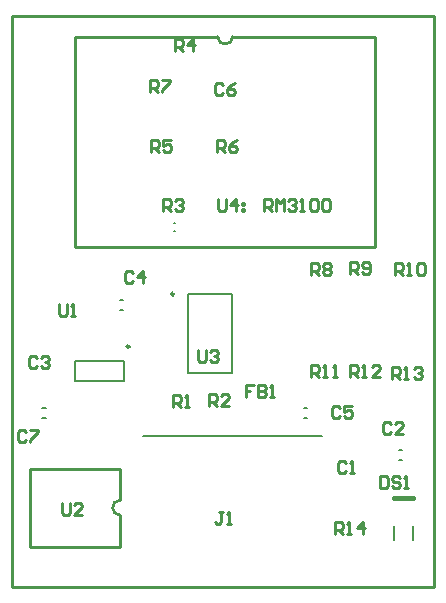
<source format=gto>
G04*
G04 #@! TF.GenerationSoftware,Altium Limited,Altium Designer,19.1.8 (144)*
G04*
G04 Layer_Color=65535*
%FSLAX24Y24*%
%MOIN*%
G70*
G01*
G75*
%ADD10C,0.0098*%
%ADD11C,0.0100*%
%ADD12C,0.0079*%
%ADD13C,0.0157*%
D10*
X13914Y18017D02*
G03*
X13914Y18017I-49J0D01*
G01*
X15399Y19769D02*
G03*
X15399Y19769I-49J0D01*
G01*
D11*
X16850Y28350D02*
G03*
X17350Y28350I250J0D01*
G01*
X13600Y12900D02*
G03*
X13600Y12400I0J-250D01*
G01*
X12100Y28350D02*
X16850D01*
X17350D02*
X22100D01*
Y21350D02*
Y28350D01*
X12100Y21350D02*
X22100D01*
X12100D02*
Y28350D01*
X13600Y12900D02*
Y13950D01*
Y11350D02*
Y12400D01*
X10600Y11350D02*
X13600D01*
X10600D02*
Y13950D01*
X13600D01*
X15445Y27875D02*
Y28275D01*
X15645D01*
X15712Y28208D01*
Y28075D01*
X15645Y28008D01*
X15445D01*
X15578D02*
X15712Y27875D01*
X16045D02*
Y28275D01*
X15845Y28075D01*
X16111D01*
X10467Y15183D02*
X10400Y15250D01*
X10267D01*
X10200Y15183D01*
Y14917D01*
X10267Y14850D01*
X10400D01*
X10467Y14917D01*
X10600Y15250D02*
X10866D01*
Y15183D01*
X10600Y14917D01*
Y14850D01*
X20775Y11775D02*
Y12175D01*
X20975D01*
X21042Y12108D01*
Y11975D01*
X20975Y11908D01*
X20775D01*
X20908D02*
X21042Y11775D01*
X21175D02*
X21308D01*
X21242D01*
Y12175D01*
X21175Y12108D01*
X21708Y11775D02*
Y12175D01*
X21508Y11975D01*
X21775D01*
X22250Y13700D02*
Y13300D01*
X22450D01*
X22517Y13367D01*
Y13633D01*
X22450Y13700D01*
X22250D01*
X22916Y13633D02*
X22850Y13700D01*
X22717D01*
X22650Y13633D01*
Y13567D01*
X22717Y13500D01*
X22850D01*
X22916Y13433D01*
Y13367D01*
X22850Y13300D01*
X22717D01*
X22650Y13367D01*
X23050Y13300D02*
X23183D01*
X23116D01*
Y13700D01*
X23050Y13633D01*
X16850Y22950D02*
Y22617D01*
X16917Y22550D01*
X17050D01*
X17117Y22617D01*
Y22950D01*
X17450Y22550D02*
Y22950D01*
X17250Y22750D01*
X17516D01*
X17650Y22817D02*
X17716D01*
Y22750D01*
X17650D01*
Y22817D01*
Y22617D02*
X17716D01*
Y22550D01*
X17650D01*
Y22617D01*
X18383Y22550D02*
Y22950D01*
X18583D01*
X18649Y22883D01*
Y22750D01*
X18583Y22683D01*
X18383D01*
X18516D02*
X18649Y22550D01*
X18783D02*
Y22950D01*
X18916Y22817D01*
X19049Y22950D01*
Y22550D01*
X19183Y22883D02*
X19249Y22950D01*
X19383D01*
X19449Y22883D01*
Y22817D01*
X19383Y22750D01*
X19316D01*
X19383D01*
X19449Y22683D01*
Y22617D01*
X19383Y22550D01*
X19249D01*
X19183Y22617D01*
X19582Y22550D02*
X19716D01*
X19649D01*
Y22950D01*
X19582Y22883D01*
X19916D02*
X19982Y22950D01*
X20116D01*
X20182Y22883D01*
Y22617D01*
X20116Y22550D01*
X19982D01*
X19916Y22617D01*
Y22883D01*
X20316D02*
X20382Y22950D01*
X20515D01*
X20582Y22883D01*
Y22617D01*
X20515Y22550D01*
X20382D01*
X20316Y22617D01*
Y22883D01*
X16200Y17900D02*
Y17567D01*
X16267Y17500D01*
X16400D01*
X16467Y17567D01*
Y17900D01*
X16600Y17833D02*
X16667Y17900D01*
X16800D01*
X16866Y17833D01*
Y17767D01*
X16800Y17700D01*
X16733D01*
X16800D01*
X16866Y17633D01*
Y17567D01*
X16800Y17500D01*
X16667D01*
X16600Y17567D01*
X11650Y12800D02*
Y12467D01*
X11717Y12400D01*
X11850D01*
X11917Y12467D01*
Y12800D01*
X12316Y12400D02*
X12050D01*
X12316Y12667D01*
Y12733D01*
X12250Y12800D01*
X12117D01*
X12050Y12733D01*
X11550Y19450D02*
Y19117D01*
X11617Y19050D01*
X11750D01*
X11817Y19117D01*
Y19450D01*
X11950Y19050D02*
X12083D01*
X12017D01*
Y19450D01*
X11950Y19383D01*
X22650Y16950D02*
Y17350D01*
X22850D01*
X22917Y17283D01*
Y17150D01*
X22850Y17083D01*
X22650D01*
X22783D02*
X22917Y16950D01*
X23050D02*
X23183D01*
X23117D01*
Y17350D01*
X23050Y17283D01*
X23383D02*
X23450Y17350D01*
X23583D01*
X23650Y17283D01*
Y17217D01*
X23583Y17150D01*
X23516D01*
X23583D01*
X23650Y17083D01*
Y17017D01*
X23583Y16950D01*
X23450D01*
X23383Y17017D01*
X21250Y17000D02*
Y17400D01*
X21450D01*
X21517Y17333D01*
Y17200D01*
X21450Y17133D01*
X21250D01*
X21383D02*
X21517Y17000D01*
X21650D02*
X21783D01*
X21717D01*
Y17400D01*
X21650Y17333D01*
X22250Y17000D02*
X21983D01*
X22250Y17267D01*
Y17333D01*
X22183Y17400D01*
X22050D01*
X21983Y17333D01*
X19950Y17000D02*
Y17400D01*
X20150D01*
X20217Y17333D01*
Y17200D01*
X20150Y17133D01*
X19950D01*
X20083D02*
X20217Y17000D01*
X20350D02*
X20483D01*
X20417D01*
Y17400D01*
X20350Y17333D01*
X20683Y17000D02*
X20816D01*
X20750D01*
Y17400D01*
X20683Y17333D01*
X22750Y20400D02*
Y20800D01*
X22950D01*
X23017Y20733D01*
Y20600D01*
X22950Y20533D01*
X22750D01*
X22883D02*
X23017Y20400D01*
X23150D02*
X23283D01*
X23217D01*
Y20800D01*
X23150Y20733D01*
X23483D02*
X23550Y20800D01*
X23683D01*
X23750Y20733D01*
Y20467D01*
X23683Y20400D01*
X23550D01*
X23483Y20467D01*
Y20733D01*
X21250Y20450D02*
Y20850D01*
X21450D01*
X21517Y20783D01*
Y20650D01*
X21450Y20583D01*
X21250D01*
X21383D02*
X21517Y20450D01*
X21650Y20517D02*
X21717Y20450D01*
X21850D01*
X21916Y20517D01*
Y20783D01*
X21850Y20850D01*
X21717D01*
X21650Y20783D01*
Y20717D01*
X21717Y20650D01*
X21916D01*
X19950Y20400D02*
Y20800D01*
X20150D01*
X20217Y20733D01*
Y20600D01*
X20150Y20533D01*
X19950D01*
X20083D02*
X20217Y20400D01*
X20350Y20733D02*
X20417Y20800D01*
X20550D01*
X20616Y20733D01*
Y20667D01*
X20550Y20600D01*
X20616Y20533D01*
Y20467D01*
X20550Y20400D01*
X20417D01*
X20350Y20467D01*
Y20533D01*
X20417Y20600D01*
X20350Y20667D01*
Y20733D01*
X20417Y20600D02*
X20550D01*
X14590Y26500D02*
Y26900D01*
X14790D01*
X14857Y26833D01*
Y26700D01*
X14790Y26633D01*
X14590D01*
X14723D02*
X14857Y26500D01*
X14990Y26900D02*
X15256D01*
Y26833D01*
X14990Y26567D01*
Y26500D01*
X16840Y24500D02*
Y24900D01*
X17040D01*
X17107Y24833D01*
Y24700D01*
X17040Y24633D01*
X16840D01*
X16973D02*
X17107Y24500D01*
X17506Y24900D02*
X17373Y24833D01*
X17240Y24700D01*
Y24567D01*
X17307Y24500D01*
X17440D01*
X17506Y24567D01*
Y24633D01*
X17440Y24700D01*
X17240D01*
X14640Y24520D02*
Y24920D01*
X14840D01*
X14907Y24853D01*
Y24720D01*
X14840Y24653D01*
X14640D01*
X14773D02*
X14907Y24520D01*
X15306Y24920D02*
X15040D01*
Y24720D01*
X15173Y24787D01*
X15240D01*
X15306Y24720D01*
Y24587D01*
X15240Y24520D01*
X15107D01*
X15040Y24587D01*
X15040Y22530D02*
Y22930D01*
X15240D01*
X15307Y22863D01*
Y22730D01*
X15240Y22663D01*
X15040D01*
X15173D02*
X15307Y22530D01*
X15440Y22863D02*
X15507Y22930D01*
X15640D01*
X15706Y22863D01*
Y22797D01*
X15640Y22730D01*
X15573D01*
X15640D01*
X15706Y22663D01*
Y22597D01*
X15640Y22530D01*
X15507D01*
X15440Y22597D01*
X16550Y16050D02*
Y16450D01*
X16750D01*
X16817Y16383D01*
Y16250D01*
X16750Y16183D01*
X16550D01*
X16683D02*
X16817Y16050D01*
X17216D02*
X16950D01*
X17216Y16317D01*
Y16383D01*
X17150Y16450D01*
X17017D01*
X16950Y16383D01*
X15350Y16000D02*
Y16400D01*
X15550D01*
X15617Y16333D01*
Y16200D01*
X15550Y16133D01*
X15350D01*
X15483D02*
X15617Y16000D01*
X15750D02*
X15883D01*
X15817D01*
Y16400D01*
X15750Y16333D01*
X17017Y12500D02*
X16883D01*
X16950D01*
Y12167D01*
X16883Y12100D01*
X16817D01*
X16750Y12167D01*
X17150Y12100D02*
X17283D01*
X17217D01*
Y12500D01*
X17150Y12433D01*
X18067Y16740D02*
X17800D01*
Y16540D01*
X17933D01*
X17800D01*
Y16340D01*
X18200Y16740D02*
Y16340D01*
X18400D01*
X18466Y16407D01*
Y16473D01*
X18400Y16540D01*
X18200D01*
X18400D01*
X18466Y16607D01*
Y16673D01*
X18400Y16740D01*
X18200D01*
X18600Y16340D02*
X18733D01*
X18666D01*
Y16740D01*
X18600Y16673D01*
X17027Y26743D02*
X16960Y26810D01*
X16827D01*
X16760Y26743D01*
Y26477D01*
X16827Y26410D01*
X16960D01*
X17027Y26477D01*
X17426Y26810D02*
X17293Y26743D01*
X17160Y26610D01*
Y26477D01*
X17227Y26410D01*
X17360D01*
X17426Y26477D01*
Y26543D01*
X17360Y26610D01*
X17160D01*
X20917Y15983D02*
X20850Y16050D01*
X20717D01*
X20650Y15983D01*
Y15717D01*
X20717Y15650D01*
X20850D01*
X20917Y15717D01*
X21316Y16050D02*
X21050D01*
Y15850D01*
X21183Y15917D01*
X21250D01*
X21316Y15850D01*
Y15717D01*
X21250Y15650D01*
X21117D01*
X21050Y15717D01*
X14017Y20483D02*
X13950Y20550D01*
X13817D01*
X13750Y20483D01*
Y20217D01*
X13817Y20150D01*
X13950D01*
X14017Y20217D01*
X14350Y20150D02*
Y20550D01*
X14150Y20350D01*
X14416D01*
X10817Y17633D02*
X10750Y17700D01*
X10617D01*
X10550Y17633D01*
Y17367D01*
X10617Y17300D01*
X10750D01*
X10817Y17367D01*
X10950Y17633D02*
X11017Y17700D01*
X11150D01*
X11216Y17633D01*
Y17567D01*
X11150Y17500D01*
X11083D01*
X11150D01*
X11216Y17433D01*
Y17367D01*
X11150Y17300D01*
X11017D01*
X10950Y17367D01*
X22637Y15453D02*
X22570Y15520D01*
X22437D01*
X22370Y15453D01*
Y15187D01*
X22437Y15120D01*
X22570D01*
X22637Y15187D01*
X23036Y15120D02*
X22770D01*
X23036Y15387D01*
Y15453D01*
X22970Y15520D01*
X22837D01*
X22770Y15453D01*
X21127Y14143D02*
X21060Y14210D01*
X20927D01*
X20860Y14143D01*
Y13877D01*
X20927Y13810D01*
X21060D01*
X21127Y13877D01*
X21260Y13810D02*
X21393D01*
X21327D01*
Y14210D01*
X21260Y14143D01*
X10000Y10000D02*
Y29050D01*
X24050D01*
X24050Y10000D01*
X10000D02*
X24050D01*
D12*
X14368Y15043D02*
X20332D01*
X11006Y15633D02*
X11124D01*
X11006Y15967D02*
X11124D01*
X12083Y16865D02*
Y17535D01*
X13717Y16865D02*
Y17535D01*
X12083Y16865D02*
X13717D01*
X12083Y17535D02*
X13717D01*
X15380Y21862D02*
X15420D01*
X15380Y22138D02*
X15420D01*
X13591Y19233D02*
X13709D01*
X13591Y19567D02*
X13709D01*
X19726Y15633D02*
X19844D01*
X19726Y15967D02*
X19844D01*
X15872Y17131D02*
X17328D01*
X15872Y19769D02*
X17328D01*
Y17131D02*
Y19769D01*
X15872Y17131D02*
Y19769D01*
X23365Y11563D02*
Y12037D01*
X22735Y11563D02*
Y12037D01*
X22891Y14233D02*
X23009D01*
X22891Y14567D02*
X23009D01*
D13*
X22735Y12981D02*
X23365D01*
M02*

</source>
